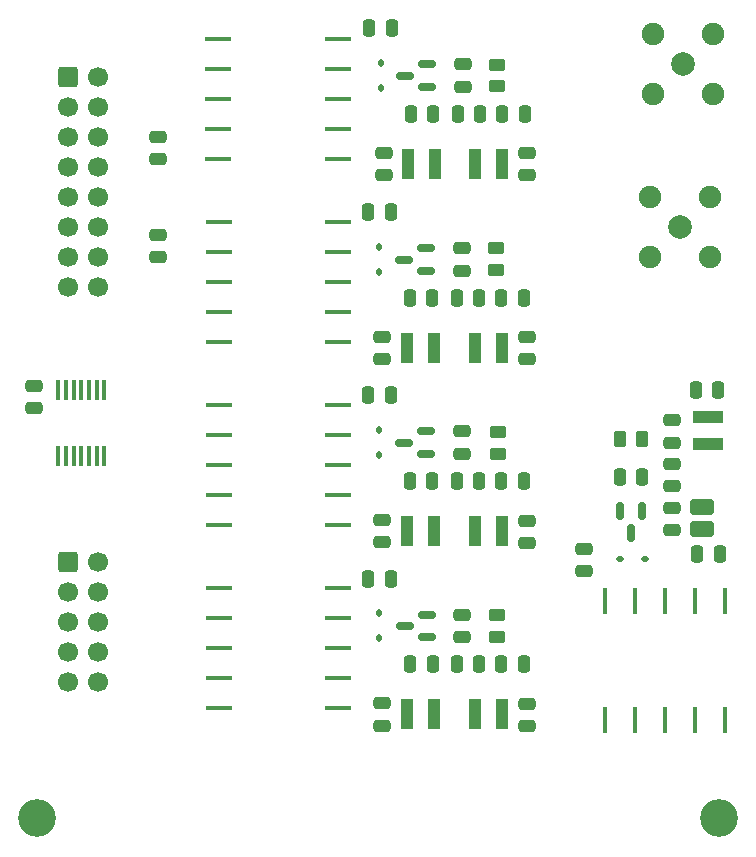
<source format=gbr>
%TF.GenerationSoftware,KiCad,Pcbnew,7.0.9*%
%TF.CreationDate,2024-01-21T16:30:31-08:00*%
%TF.ProjectId,QSE Filter,51534520-4669-46c7-9465-722e6b696361,rev?*%
%TF.SameCoordinates,Original*%
%TF.FileFunction,Soldermask,Top*%
%TF.FilePolarity,Negative*%
%FSLAX46Y46*%
G04 Gerber Fmt 4.6, Leading zero omitted, Abs format (unit mm)*
G04 Created by KiCad (PCBNEW 7.0.9) date 2024-01-21 16:30:31*
%MOMM*%
%LPD*%
G01*
G04 APERTURE LIST*
G04 Aperture macros list*
%AMRoundRect*
0 Rectangle with rounded corners*
0 $1 Rounding radius*
0 $2 $3 $4 $5 $6 $7 $8 $9 X,Y pos of 4 corners*
0 Add a 4 corners polygon primitive as box body*
4,1,4,$2,$3,$4,$5,$6,$7,$8,$9,$2,$3,0*
0 Add four circle primitives for the rounded corners*
1,1,$1+$1,$2,$3*
1,1,$1+$1,$4,$5*
1,1,$1+$1,$6,$7*
1,1,$1+$1,$8,$9*
0 Add four rect primitives between the rounded corners*
20,1,$1+$1,$2,$3,$4,$5,0*
20,1,$1+$1,$4,$5,$6,$7,0*
20,1,$1+$1,$6,$7,$8,$9,0*
20,1,$1+$1,$8,$9,$2,$3,0*%
G04 Aperture macros list end*
%ADD10RoundRect,0.150000X-0.150000X0.587500X-0.150000X-0.587500X0.150000X-0.587500X0.150000X0.587500X0*%
%ADD11RoundRect,0.250000X-0.475000X0.250000X-0.475000X-0.250000X0.475000X-0.250000X0.475000X0.250000X0*%
%ADD12RoundRect,0.102000X0.875000X-0.545000X0.875000X0.545000X-0.875000X0.545000X-0.875000X-0.545000X0*%
%ADD13R,1.016000X2.540000*%
%ADD14RoundRect,0.250000X-0.250000X-0.475000X0.250000X-0.475000X0.250000X0.475000X-0.250000X0.475000X0*%
%ADD15RoundRect,0.112500X-0.112500X0.187500X-0.112500X-0.187500X0.112500X-0.187500X0.112500X0.187500X0*%
%ADD16RoundRect,0.250000X0.250000X0.475000X-0.250000X0.475000X-0.250000X-0.475000X0.250000X-0.475000X0*%
%ADD17C,2.006600*%
%ADD18C,1.905000*%
%ADD19C,3.200000*%
%ADD20RoundRect,0.250000X0.475000X-0.250000X0.475000X0.250000X-0.475000X0.250000X-0.475000X-0.250000X0*%
%ADD21RoundRect,0.150000X0.587500X0.150000X-0.587500X0.150000X-0.587500X-0.150000X0.587500X-0.150000X0*%
%ADD22RoundRect,0.250000X0.450000X-0.262500X0.450000X0.262500X-0.450000X0.262500X-0.450000X-0.262500X0*%
%ADD23RoundRect,0.250000X-0.600000X-0.600000X0.600000X-0.600000X0.600000X0.600000X-0.600000X0.600000X0*%
%ADD24C,1.700000*%
%ADD25RoundRect,0.250000X0.262500X0.450000X-0.262500X0.450000X-0.262500X-0.450000X0.262500X-0.450000X0*%
%ADD26R,2.235200X0.457200*%
%ADD27R,0.355600X1.676400*%
%ADD28RoundRect,0.112500X-0.187500X-0.112500X0.187500X-0.112500X0.187500X0.112500X-0.187500X0.112500X0*%
%ADD29R,0.457200X2.235200*%
%ADD30R,2.540000X1.016000*%
G04 APERTURE END LIST*
D10*
%TO.C,Q3*%
X132500000Y-92000000D03*
X130600000Y-92000000D03*
X131550000Y-93875000D03*
%TD*%
D11*
%TO.C,C15*%
X110500000Y-77300000D03*
X110500000Y-79200000D03*
%TD*%
D12*
%TO.C,L6*%
X137530000Y-93599000D03*
X137530000Y-91681000D03*
%TD*%
D13*
%TO.C,L10*%
X112605001Y-109250000D03*
X114894999Y-109250000D03*
%TD*%
D14*
%TO.C,C28*%
X116800000Y-89500000D03*
X118700000Y-89500000D03*
%TD*%
D15*
%TO.C,D5*%
X110250000Y-100700000D03*
X110250000Y-102800000D03*
%TD*%
D16*
%TO.C,C34*%
X122450000Y-105000000D03*
X120550000Y-105000000D03*
%TD*%
D15*
%TO.C,D2*%
X110250000Y-69700000D03*
X110250000Y-71800000D03*
%TD*%
D13*
%TO.C,L9*%
X118355001Y-109250000D03*
X120644999Y-109250000D03*
%TD*%
D14*
%TO.C,C26*%
X112800000Y-89500000D03*
X114700000Y-89500000D03*
%TD*%
%TO.C,C5*%
X116897499Y-58420000D03*
X118797499Y-58420000D03*
%TD*%
D17*
%TO.C,J1*%
X135960000Y-54210000D03*
D18*
X133407300Y-51657300D03*
X133407300Y-56762700D03*
X138512700Y-56762700D03*
X138512700Y-51657300D03*
%TD*%
D14*
%TO.C,C14*%
X116800000Y-74000000D03*
X118700000Y-74000000D03*
%TD*%
D19*
%TO.C,REF\u002A\u002A*%
X81250000Y-118000000D03*
%TD*%
D20*
%TO.C,C19*%
X135000000Y-89950000D03*
X135000000Y-88050000D03*
%TD*%
D14*
%TO.C,C3*%
X109397499Y-51170000D03*
X111297499Y-51170000D03*
%TD*%
D20*
%TO.C,C30*%
X117250000Y-102700000D03*
X117250000Y-100800000D03*
%TD*%
%TO.C,C21*%
X91500000Y-70550000D03*
X91500000Y-68650000D03*
%TD*%
D13*
%TO.C,L2*%
X118355001Y-62670000D03*
X120644999Y-62670000D03*
%TD*%
D20*
%TO.C,C2*%
X117347499Y-56120000D03*
X117347499Y-54220000D03*
%TD*%
D14*
%TO.C,C33*%
X112850000Y-105000000D03*
X114750000Y-105000000D03*
%TD*%
%TO.C,C31*%
X109300000Y-97750000D03*
X111200000Y-97750000D03*
%TD*%
D21*
%TO.C,Q5*%
X114250000Y-102700000D03*
X114250000Y-100800000D03*
X112375000Y-101750000D03*
%TD*%
D13*
%TO.C,L8*%
X112605001Y-93750000D03*
X114894999Y-93750000D03*
%TD*%
D21*
%TO.C,Q4*%
X114187500Y-87200000D03*
X114187500Y-85300000D03*
X112312500Y-86250000D03*
%TD*%
D13*
%TO.C,L1*%
X112702500Y-62670000D03*
X114992498Y-62670000D03*
%TD*%
D21*
%TO.C,Q2*%
X114187500Y-71700000D03*
X114187500Y-69800000D03*
X112312500Y-70750000D03*
%TD*%
D14*
%TO.C,C12*%
X112800000Y-74000000D03*
X114700000Y-74000000D03*
%TD*%
D15*
%TO.C,D1*%
X110347499Y-54120000D03*
X110347499Y-56220000D03*
%TD*%
D22*
%TO.C,R1*%
X120230000Y-56062500D03*
X120230000Y-54237500D03*
%TD*%
D20*
%TO.C,C23*%
X117250000Y-87200000D03*
X117250000Y-85300000D03*
%TD*%
%TO.C,C9*%
X117250000Y-71700000D03*
X117250000Y-69800000D03*
%TD*%
D14*
%TO.C,C35*%
X116800000Y-105000000D03*
X118700000Y-105000000D03*
%TD*%
D23*
%TO.C,J4*%
X83918100Y-96380000D03*
D24*
X86458100Y-96380000D03*
X83918100Y-98920000D03*
X86458100Y-98920000D03*
X83918100Y-101460000D03*
X86458100Y-101460000D03*
X83918100Y-104000000D03*
X86458100Y-104000000D03*
X83918100Y-106540000D03*
X86458100Y-106540000D03*
%TD*%
D15*
%TO.C,D4*%
X110250000Y-85200000D03*
X110250000Y-87300000D03*
%TD*%
D20*
%TO.C,C11*%
X122750000Y-79200000D03*
X122750000Y-77300000D03*
%TD*%
D25*
%TO.C,R5*%
X132462500Y-85937500D03*
X130637500Y-85937500D03*
%TD*%
D22*
%TO.C,R2*%
X120080000Y-71632500D03*
X120080000Y-69807500D03*
%TD*%
D26*
%TO.C,U4*%
X96666200Y-83089901D03*
X96666200Y-85630000D03*
X96666200Y-88170000D03*
X96666200Y-90710000D03*
X96666200Y-93250000D03*
X106750000Y-93250000D03*
X106750000Y-90710000D03*
X106750000Y-88170000D03*
X106750000Y-85630000D03*
X106750000Y-83089901D03*
%TD*%
D11*
%TO.C,C22*%
X81000000Y-81450000D03*
X81000000Y-83350000D03*
%TD*%
D16*
%TO.C,C27*%
X122450000Y-89500000D03*
X120550000Y-89500000D03*
%TD*%
%TO.C,C18*%
X138930000Y-81820000D03*
X137030000Y-81820000D03*
%TD*%
D19*
%TO.C,REF\u002A\u002A*%
X139000000Y-118000000D03*
%TD*%
D13*
%TO.C,L7*%
X118355001Y-93750000D03*
X120644999Y-93750000D03*
%TD*%
D26*
%TO.C,U5*%
X96666200Y-98589901D03*
X96666200Y-101130000D03*
X96666200Y-103670000D03*
X96666200Y-106210000D03*
X96666200Y-108750000D03*
X106750000Y-108750000D03*
X106750000Y-106210000D03*
X106750000Y-103670000D03*
X106750000Y-101130000D03*
X106750000Y-98589901D03*
%TD*%
D20*
%TO.C,C32*%
X122750000Y-110250000D03*
X122750000Y-108350000D03*
%TD*%
D17*
%TO.C,J2*%
X135710000Y-67960000D03*
D18*
X133157300Y-65407300D03*
X133157300Y-70512700D03*
X138262700Y-70512700D03*
X138262700Y-65407300D03*
%TD*%
D27*
%TO.C,U3*%
X83049999Y-87419400D03*
X83700000Y-87419400D03*
X84350001Y-87419400D03*
X85000000Y-87419400D03*
X85649999Y-87419400D03*
X86300000Y-87419400D03*
X86949999Y-87419400D03*
X86950001Y-81780600D03*
X86300000Y-81780600D03*
X85650001Y-81780600D03*
X85000000Y-81780600D03*
X84350001Y-81780600D03*
X83700000Y-81780600D03*
X83050001Y-81780600D03*
%TD*%
D22*
%TO.C,R3*%
X120320000Y-87192500D03*
X120320000Y-85367500D03*
%TD*%
D13*
%TO.C,L4*%
X112605001Y-78250000D03*
X114894999Y-78250000D03*
%TD*%
D11*
%TO.C,C4*%
X110597499Y-61720000D03*
X110597499Y-63620000D03*
%TD*%
D14*
%TO.C,C10*%
X109300000Y-66750000D03*
X111200000Y-66750000D03*
%TD*%
D11*
%TO.C,C29*%
X110500000Y-92800000D03*
X110500000Y-94700000D03*
%TD*%
D14*
%TO.C,C7*%
X112927499Y-58420000D03*
X114827499Y-58420000D03*
%TD*%
D13*
%TO.C,L3*%
X118355001Y-78250000D03*
X120644999Y-78250000D03*
%TD*%
D26*
%TO.C,U2*%
X96666200Y-67589901D03*
X96666200Y-70130000D03*
X96666200Y-72670000D03*
X96666200Y-75210000D03*
X96666200Y-77750000D03*
X106750000Y-77750000D03*
X106750000Y-75210000D03*
X106750000Y-72670000D03*
X106750000Y-70130000D03*
X106750000Y-67589901D03*
%TD*%
D16*
%TO.C,C37*%
X132500000Y-89137500D03*
X130600000Y-89137500D03*
%TD*%
%TO.C,C6*%
X122547499Y-58420000D03*
X120647499Y-58420000D03*
%TD*%
D14*
%TO.C,C20*%
X137160000Y-95650000D03*
X139060000Y-95650000D03*
%TD*%
D11*
%TO.C,C1*%
X91500000Y-60350000D03*
X91500000Y-62250000D03*
%TD*%
D22*
%TO.C,R4*%
X120210000Y-102662500D03*
X120210000Y-100837500D03*
%TD*%
D26*
%TO.C,U1*%
X96624300Y-52089901D03*
X96624300Y-54630000D03*
X96624300Y-57170000D03*
X96624300Y-59710000D03*
X96624300Y-62250000D03*
X106708100Y-62250000D03*
X106708100Y-59710000D03*
X106708100Y-57170000D03*
X106708100Y-54630000D03*
X106708100Y-52089901D03*
%TD*%
D20*
%TO.C,C8*%
X122750000Y-63620000D03*
X122750000Y-61720000D03*
%TD*%
D16*
%TO.C,C13*%
X122450000Y-74000000D03*
X120550000Y-74000000D03*
%TD*%
D14*
%TO.C,C24*%
X109300000Y-82250000D03*
X111200000Y-82250000D03*
%TD*%
D21*
%TO.C,Q1*%
X114284999Y-56120000D03*
X114284999Y-54220000D03*
X112409999Y-55170000D03*
%TD*%
D28*
%TO.C,D3*%
X130600000Y-96137500D03*
X132700000Y-96137500D03*
%TD*%
D20*
%TO.C,C38*%
X127550000Y-97137500D03*
X127550000Y-95237500D03*
%TD*%
D11*
%TO.C,C36*%
X110500000Y-108300000D03*
X110500000Y-110200000D03*
%TD*%
D20*
%TO.C,C16*%
X135000000Y-86250000D03*
X135000000Y-84350000D03*
%TD*%
%TO.C,C17*%
X135000000Y-93650000D03*
X135000000Y-91750000D03*
%TD*%
D23*
%TO.C,J3*%
X83918100Y-55300000D03*
D24*
X86458100Y-55300000D03*
X83918100Y-57840000D03*
X86458100Y-57840000D03*
X83918100Y-60380000D03*
X86458100Y-60380000D03*
X83918100Y-62920000D03*
X86458100Y-62920000D03*
X83918100Y-65460000D03*
X86458100Y-65460000D03*
X83918100Y-68000000D03*
X86458100Y-68000000D03*
X83918100Y-70540000D03*
X86458100Y-70540000D03*
X83918100Y-73080000D03*
X86458100Y-73080000D03*
%TD*%
D20*
%TO.C,C25*%
X122750000Y-94750000D03*
X122750000Y-92850000D03*
%TD*%
D29*
%TO.C,U6*%
X129319901Y-109741900D03*
X131860000Y-109741900D03*
X134400000Y-109741900D03*
X136940000Y-109741900D03*
X139480000Y-109741900D03*
X139480000Y-99658100D03*
X136940000Y-99658100D03*
X134400000Y-99658100D03*
X131860000Y-99658100D03*
X129319901Y-99658100D03*
%TD*%
D30*
%TO.C,L5*%
X138080000Y-86374999D03*
X138080000Y-84085001D03*
%TD*%
M02*

</source>
